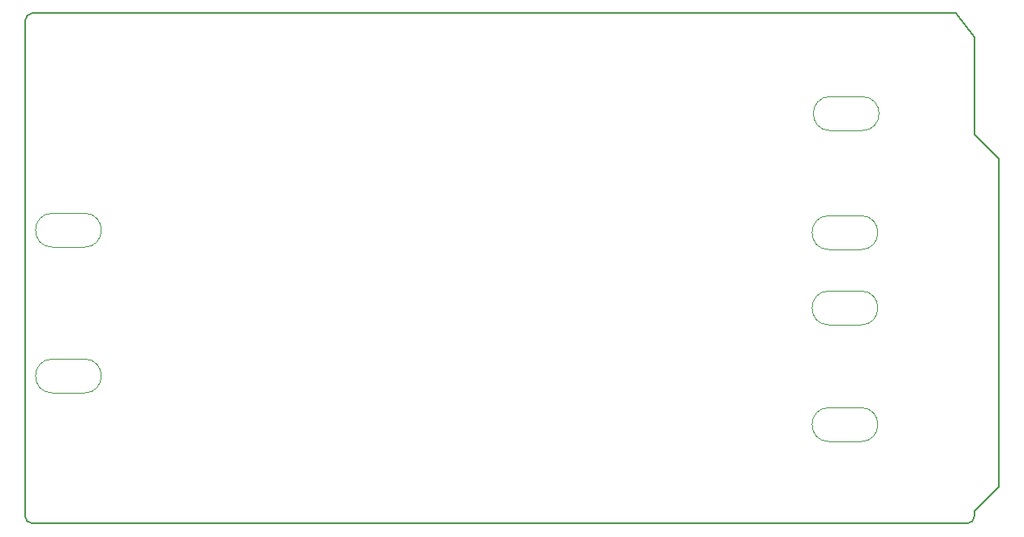
<source format=gm1>
%TF.GenerationSoftware,KiCad,Pcbnew,(6.0.9)*%
%TF.CreationDate,2022-11-14T07:28:00+00:00*%
%TF.ProjectId,mega485,6d656761-3438-4352-9e6b-696361645f70,rev?*%
%TF.SameCoordinates,Original*%
%TF.FileFunction,Profile,NP*%
%FSLAX46Y46*%
G04 Gerber Fmt 4.6, Leading zero omitted, Abs format (unit mm)*
G04 Created by KiCad (PCBNEW (6.0.9)) date 2022-11-14 07:28:00*
%MOMM*%
%LPD*%
G01*
G04 APERTURE LIST*
%TA.AperFunction,Profile*%
%ADD10C,0.050000*%
%TD*%
%TA.AperFunction,Profile*%
%ADD11C,0.150000*%
%TD*%
G04 APERTURE END LIST*
D10*
X106172000Y-71120000D02*
G75*
G03*
X106172000Y-67564000I0J1778000D01*
G01*
X102870000Y-67564000D02*
G75*
G03*
X102870000Y-71120000I0J-1778000D01*
G01*
X102870000Y-67564000D02*
X106172000Y-67564000D01*
X102870000Y-71120000D02*
X106172000Y-71120000D01*
X102870000Y-82804000D02*
X106172000Y-82804000D01*
X102870000Y-86360000D02*
X106172000Y-86360000D01*
X102870000Y-82804000D02*
G75*
G03*
X102870000Y-86360000I0J-1778000D01*
G01*
X106172000Y-86360000D02*
G75*
G03*
X106172000Y-82804000I0J1778000D01*
G01*
X183896000Y-87884000D02*
G75*
G03*
X183896000Y-91440000I0J-1778000D01*
G01*
X183896000Y-91440000D02*
X187198000Y-91440000D01*
X183896000Y-87884000D02*
X187198000Y-87884000D01*
X187198000Y-91440000D02*
G75*
G03*
X187198000Y-87884000I0J1778000D01*
G01*
X183896000Y-75692000D02*
G75*
G03*
X183896000Y-79248000I0J-1778000D01*
G01*
X183896000Y-79248000D02*
X187198000Y-79248000D01*
X183896000Y-75692000D02*
X187198000Y-75692000D01*
X187198000Y-79248000D02*
G75*
G03*
X187198000Y-75692000I0J1778000D01*
G01*
X184023000Y-55372000D02*
G75*
G03*
X184023000Y-58928000I0J-1778000D01*
G01*
X184023000Y-58928000D02*
X187325000Y-58928000D01*
X184023000Y-55372000D02*
X187325000Y-55372000D01*
X187325000Y-58928000D02*
G75*
G03*
X187325000Y-55372000I0J1778000D01*
G01*
X183896000Y-67818000D02*
G75*
G03*
X183896000Y-71374000I0J-1778000D01*
G01*
X187198000Y-71374000D02*
G75*
G03*
X187198000Y-67818000I0J1778000D01*
G01*
X183896000Y-71374000D02*
X187198000Y-71374000D01*
X183896000Y-67818000D02*
X187198000Y-67818000D01*
D11*
X199060000Y-59360000D02*
X201600000Y-61900000D01*
X100000000Y-99238000D02*
X100000000Y-47422000D01*
X201600000Y-61900000D02*
X201600000Y-96190000D01*
X198298000Y-100000000D02*
X100762000Y-100000000D01*
X100762000Y-46660000D02*
X197104000Y-46660000D01*
X100000000Y-99238000D02*
G75*
G03*
X100762000Y-100000000I762000J0D01*
G01*
X201600000Y-96190000D02*
X199060000Y-98730000D01*
X197104000Y-46660000D02*
X199060000Y-49200000D01*
X198298000Y-100000000D02*
G75*
G03*
X199060000Y-99238000I0J762000D01*
G01*
X199060000Y-49200000D02*
X199060000Y-59360000D01*
X199060000Y-98730000D02*
X199060000Y-99238000D01*
X100762000Y-46660000D02*
G75*
G03*
X100000000Y-47422000I0J-762000D01*
G01*
M02*

</source>
